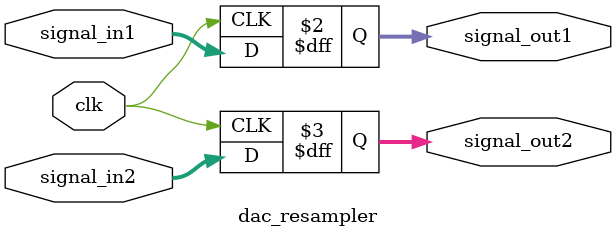
<source format=v>
`timescale 1ns / 1ps

module dac_resampler(
    input               clk,
    input       [11:0]  signal_in1,
    input       [11:0]  signal_in2,
    output reg  [11:0]  signal_out1,
    output reg  [11:0]  signal_out2
);
    
    always @(posedge clk) begin
        signal_out1 <= signal_in1;
        signal_out2 <= signal_in2;
    end
endmodule

</source>
